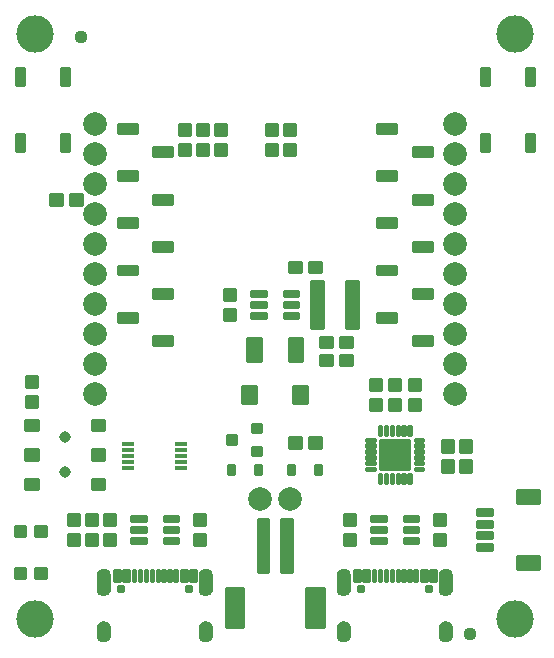
<source format=gts>
G04 EAGLE Gerber RS-274X export*
G75*
%MOMM*%
%FSLAX34Y34*%
%LPD*%
%INSoldermask Top*%
%IPPOS*%
%AMOC8*
5,1,8,0,0,1.08239X$1,22.5*%
G01*
%ADD10C,0.225400*%
%ADD11C,0.224509*%
%ADD12C,2.006600*%
%ADD13C,0.225588*%
%ADD14C,0.225369*%
%ADD15C,0.230578*%
%ADD16C,0.777000*%
%ADD17C,1.127000*%
%ADD18C,0.222250*%
%ADD19C,0.428259*%
%ADD20R,1.100000X0.400000*%
%ADD21C,0.223519*%
%ADD22C,0.231750*%
%ADD23C,0.227100*%
%ADD24C,0.223409*%
%ADD25C,0.228600*%
%ADD26C,0.224709*%
%ADD27C,0.240928*%
%ADD28C,3.175000*%
%ADD29C,0.977000*%

G36*
X374684Y45423D02*
X374684Y45423D01*
X374690Y45429D01*
X374695Y45425D01*
X375925Y45790D01*
X375930Y45797D01*
X375935Y45795D01*
X377054Y46425D01*
X377057Y46432D01*
X377063Y46431D01*
X378013Y47294D01*
X378014Y47302D01*
X378020Y47302D01*
X378754Y48355D01*
X378754Y48363D01*
X378759Y48365D01*
X379241Y49555D01*
X379239Y49560D01*
X379243Y49563D01*
X379242Y49564D01*
X379244Y49565D01*
X379449Y50832D01*
X379446Y50837D01*
X379449Y50840D01*
X379449Y62840D01*
X379446Y62844D01*
X379449Y62847D01*
X379294Y63969D01*
X379289Y63974D01*
X379292Y63978D01*
X378921Y65049D01*
X378915Y65053D01*
X378917Y65058D01*
X378344Y66035D01*
X378338Y66038D01*
X378339Y66043D01*
X377586Y66890D01*
X377579Y66892D01*
X377579Y66897D01*
X376676Y67581D01*
X376669Y67581D01*
X376668Y67586D01*
X375649Y68081D01*
X375642Y68079D01*
X375640Y68084D01*
X374543Y68371D01*
X374537Y68368D01*
X374534Y68372D01*
X373403Y68439D01*
X373397Y68439D01*
X372266Y68372D01*
X372261Y68367D01*
X372257Y68371D01*
X371160Y68084D01*
X371156Y68078D01*
X371151Y68081D01*
X370132Y67586D01*
X370129Y67580D01*
X370124Y67581D01*
X369221Y66897D01*
X369219Y66890D01*
X369214Y66890D01*
X368461Y66043D01*
X368461Y66036D01*
X368456Y66035D01*
X367883Y65058D01*
X367884Y65055D01*
X367883Y65054D01*
X367884Y65053D01*
X367884Y65051D01*
X367879Y65049D01*
X367508Y63978D01*
X367510Y63973D01*
X367507Y63971D01*
X367507Y63970D01*
X367506Y63969D01*
X367351Y62847D01*
X367354Y62842D01*
X367351Y62840D01*
X367351Y50840D01*
X367354Y50835D01*
X367351Y50832D01*
X367556Y49565D01*
X367562Y49559D01*
X367559Y49555D01*
X368041Y48365D01*
X368048Y48361D01*
X368046Y48355D01*
X368780Y47302D01*
X368788Y47300D01*
X368787Y47294D01*
X369737Y46431D01*
X369746Y46430D01*
X369746Y46425D01*
X370865Y45795D01*
X370873Y45796D01*
X370875Y45790D01*
X372105Y45425D01*
X372113Y45428D01*
X372116Y45423D01*
X373397Y45341D01*
X373401Y45344D01*
X373403Y45341D01*
X374684Y45423D01*
G37*
G36*
X288284Y45423D02*
X288284Y45423D01*
X288290Y45429D01*
X288295Y45425D01*
X289525Y45790D01*
X289530Y45797D01*
X289535Y45795D01*
X290654Y46425D01*
X290657Y46432D01*
X290663Y46431D01*
X291613Y47294D01*
X291614Y47302D01*
X291620Y47302D01*
X292354Y48355D01*
X292354Y48363D01*
X292359Y48365D01*
X292841Y49555D01*
X292839Y49560D01*
X292843Y49563D01*
X292842Y49564D01*
X292844Y49565D01*
X293049Y50832D01*
X293046Y50837D01*
X293049Y50840D01*
X293049Y62840D01*
X293046Y62844D01*
X293049Y62847D01*
X292894Y63969D01*
X292889Y63974D01*
X292892Y63978D01*
X292521Y65049D01*
X292515Y65053D01*
X292517Y65058D01*
X291944Y66035D01*
X291938Y66038D01*
X291939Y66043D01*
X291186Y66890D01*
X291179Y66892D01*
X291179Y66897D01*
X290276Y67581D01*
X290269Y67581D01*
X290268Y67586D01*
X289249Y68081D01*
X289242Y68079D01*
X289240Y68084D01*
X288143Y68371D01*
X288137Y68368D01*
X288134Y68372D01*
X287003Y68439D01*
X286997Y68439D01*
X285866Y68372D01*
X285861Y68367D01*
X285857Y68371D01*
X284760Y68084D01*
X284756Y68078D01*
X284751Y68081D01*
X283732Y67586D01*
X283729Y67580D01*
X283724Y67581D01*
X282821Y66897D01*
X282819Y66890D01*
X282814Y66890D01*
X282061Y66043D01*
X282061Y66036D01*
X282056Y66035D01*
X281483Y65058D01*
X281484Y65055D01*
X281483Y65054D01*
X281484Y65053D01*
X281484Y65051D01*
X281479Y65049D01*
X281108Y63978D01*
X281110Y63973D01*
X281107Y63971D01*
X281107Y63970D01*
X281106Y63969D01*
X280951Y62847D01*
X280954Y62842D01*
X280951Y62840D01*
X280951Y50840D01*
X280954Y50835D01*
X280951Y50832D01*
X281156Y49565D01*
X281162Y49559D01*
X281159Y49555D01*
X281641Y48365D01*
X281648Y48361D01*
X281646Y48355D01*
X282380Y47302D01*
X282388Y47300D01*
X282387Y47294D01*
X283337Y46431D01*
X283346Y46430D01*
X283346Y46425D01*
X284465Y45795D01*
X284473Y45796D01*
X284475Y45790D01*
X285705Y45425D01*
X285713Y45428D01*
X285716Y45423D01*
X286997Y45341D01*
X287001Y45344D01*
X287003Y45341D01*
X288284Y45423D01*
G37*
G36*
X171484Y45423D02*
X171484Y45423D01*
X171490Y45429D01*
X171495Y45425D01*
X172725Y45790D01*
X172730Y45797D01*
X172735Y45795D01*
X173854Y46425D01*
X173857Y46432D01*
X173863Y46431D01*
X174813Y47294D01*
X174814Y47302D01*
X174820Y47302D01*
X175554Y48355D01*
X175554Y48363D01*
X175559Y48365D01*
X176041Y49555D01*
X176039Y49560D01*
X176043Y49563D01*
X176042Y49564D01*
X176044Y49565D01*
X176249Y50832D01*
X176246Y50837D01*
X176249Y50840D01*
X176249Y62840D01*
X176246Y62844D01*
X176249Y62847D01*
X176094Y63969D01*
X176089Y63974D01*
X176092Y63978D01*
X175721Y65049D01*
X175715Y65053D01*
X175717Y65058D01*
X175144Y66035D01*
X175138Y66038D01*
X175139Y66043D01*
X174386Y66890D01*
X174379Y66892D01*
X174379Y66897D01*
X173476Y67581D01*
X173469Y67581D01*
X173468Y67586D01*
X172449Y68081D01*
X172442Y68079D01*
X172440Y68084D01*
X171343Y68371D01*
X171337Y68368D01*
X171334Y68372D01*
X170203Y68439D01*
X170197Y68439D01*
X169066Y68372D01*
X169061Y68367D01*
X169057Y68371D01*
X167960Y68084D01*
X167956Y68078D01*
X167951Y68081D01*
X166932Y67586D01*
X166929Y67580D01*
X166924Y67581D01*
X166021Y66897D01*
X166019Y66890D01*
X166014Y66890D01*
X165261Y66043D01*
X165261Y66036D01*
X165256Y66035D01*
X164683Y65058D01*
X164684Y65055D01*
X164683Y65054D01*
X164684Y65053D01*
X164684Y65051D01*
X164679Y65049D01*
X164308Y63978D01*
X164310Y63973D01*
X164307Y63971D01*
X164307Y63970D01*
X164306Y63969D01*
X164151Y62847D01*
X164154Y62842D01*
X164151Y62840D01*
X164151Y50840D01*
X164154Y50835D01*
X164151Y50832D01*
X164356Y49565D01*
X164362Y49559D01*
X164359Y49555D01*
X164841Y48365D01*
X164848Y48361D01*
X164846Y48355D01*
X165580Y47302D01*
X165588Y47300D01*
X165587Y47294D01*
X166537Y46431D01*
X166546Y46430D01*
X166546Y46425D01*
X167665Y45795D01*
X167673Y45796D01*
X167675Y45790D01*
X168905Y45425D01*
X168913Y45428D01*
X168916Y45423D01*
X170197Y45341D01*
X170201Y45344D01*
X170203Y45341D01*
X171484Y45423D01*
G37*
G36*
X85084Y45423D02*
X85084Y45423D01*
X85090Y45429D01*
X85095Y45425D01*
X86325Y45790D01*
X86330Y45797D01*
X86335Y45795D01*
X87454Y46425D01*
X87457Y46432D01*
X87463Y46431D01*
X88413Y47294D01*
X88414Y47302D01*
X88420Y47302D01*
X89154Y48355D01*
X89154Y48363D01*
X89159Y48365D01*
X89641Y49555D01*
X89639Y49560D01*
X89643Y49563D01*
X89642Y49564D01*
X89644Y49565D01*
X89849Y50832D01*
X89846Y50837D01*
X89849Y50840D01*
X89849Y62840D01*
X89846Y62844D01*
X89849Y62847D01*
X89694Y63969D01*
X89689Y63974D01*
X89692Y63978D01*
X89321Y65049D01*
X89315Y65053D01*
X89317Y65058D01*
X88744Y66035D01*
X88738Y66038D01*
X88739Y66043D01*
X87986Y66890D01*
X87979Y66892D01*
X87979Y66897D01*
X87076Y67581D01*
X87069Y67581D01*
X87068Y67586D01*
X86049Y68081D01*
X86042Y68079D01*
X86040Y68084D01*
X84943Y68371D01*
X84937Y68368D01*
X84934Y68372D01*
X83803Y68439D01*
X83797Y68439D01*
X82666Y68372D01*
X82661Y68367D01*
X82657Y68371D01*
X81560Y68084D01*
X81556Y68078D01*
X81551Y68081D01*
X80532Y67586D01*
X80529Y67580D01*
X80524Y67581D01*
X79621Y66897D01*
X79619Y66890D01*
X79614Y66890D01*
X78861Y66043D01*
X78861Y66036D01*
X78856Y66035D01*
X78283Y65058D01*
X78284Y65055D01*
X78283Y65054D01*
X78284Y65053D01*
X78284Y65051D01*
X78279Y65049D01*
X77908Y63978D01*
X77910Y63973D01*
X77907Y63971D01*
X77907Y63970D01*
X77906Y63969D01*
X77751Y62847D01*
X77754Y62842D01*
X77751Y62840D01*
X77751Y50840D01*
X77754Y50835D01*
X77751Y50832D01*
X77956Y49565D01*
X77962Y49559D01*
X77959Y49555D01*
X78441Y48365D01*
X78448Y48361D01*
X78446Y48355D01*
X79180Y47302D01*
X79188Y47300D01*
X79187Y47294D01*
X80137Y46431D01*
X80146Y46430D01*
X80146Y46425D01*
X81265Y45795D01*
X81273Y45796D01*
X81275Y45790D01*
X82505Y45425D01*
X82513Y45428D01*
X82516Y45423D01*
X83797Y45341D01*
X83801Y45344D01*
X83803Y45341D01*
X85084Y45423D01*
G37*
G36*
X288171Y6151D02*
X288171Y6151D01*
X288176Y6156D01*
X288180Y6153D01*
X289303Y6488D01*
X289307Y6494D01*
X289311Y6492D01*
X290347Y7040D01*
X290350Y7046D01*
X290355Y7045D01*
X291263Y7784D01*
X291265Y7791D01*
X291270Y7791D01*
X292017Y8693D01*
X292017Y8701D01*
X292023Y8701D01*
X292579Y9732D01*
X292578Y9739D01*
X292583Y9741D01*
X292927Y10860D01*
X292925Y10867D01*
X292929Y10870D01*
X293049Y12035D01*
X293047Y12038D01*
X293049Y12040D01*
X293049Y18040D01*
X293047Y18043D01*
X293049Y18045D01*
X292938Y19221D01*
X292933Y19226D01*
X292936Y19230D01*
X292598Y20362D01*
X292592Y20366D01*
X292594Y20371D01*
X292042Y21415D01*
X292035Y21418D01*
X292037Y21423D01*
X291291Y22339D01*
X291284Y22340D01*
X291284Y22346D01*
X290375Y23099D01*
X290367Y23099D01*
X290367Y23104D01*
X289327Y23665D01*
X289320Y23664D01*
X289318Y23669D01*
X288189Y24016D01*
X288183Y24014D01*
X288180Y24018D01*
X287005Y24139D01*
X286998Y24135D01*
X286994Y24139D01*
X285654Y23982D01*
X285648Y23977D01*
X285643Y23980D01*
X284372Y23529D01*
X284367Y23522D01*
X284362Y23524D01*
X283223Y22802D01*
X283220Y22794D01*
X283214Y22795D01*
X282264Y21837D01*
X282263Y21829D01*
X282257Y21828D01*
X281544Y20683D01*
X281545Y20675D01*
X281539Y20673D01*
X281099Y19397D01*
X281101Y19390D01*
X281097Y19387D01*
X280951Y18045D01*
X280953Y18042D01*
X280951Y18040D01*
X280951Y12040D01*
X280953Y12037D01*
X280951Y12034D01*
X281106Y10705D01*
X281112Y10699D01*
X281109Y10695D01*
X281556Y9434D01*
X281563Y9429D01*
X281561Y9424D01*
X282278Y8294D01*
X282285Y8291D01*
X282284Y8285D01*
X283235Y7343D01*
X283243Y7342D01*
X283243Y7336D01*
X284379Y6629D01*
X284387Y6630D01*
X284389Y6624D01*
X285654Y6188D01*
X285659Y6189D01*
X285660Y6189D01*
X285663Y6189D01*
X285665Y6185D01*
X286995Y6041D01*
X287001Y6045D01*
X287005Y6041D01*
X288171Y6151D01*
G37*
G36*
X84971Y6151D02*
X84971Y6151D01*
X84976Y6156D01*
X84980Y6153D01*
X86103Y6488D01*
X86107Y6494D01*
X86111Y6492D01*
X87147Y7040D01*
X87150Y7046D01*
X87155Y7045D01*
X88063Y7784D01*
X88065Y7791D01*
X88070Y7791D01*
X88817Y8693D01*
X88817Y8701D01*
X88823Y8701D01*
X89379Y9732D01*
X89378Y9739D01*
X89383Y9741D01*
X89727Y10860D01*
X89725Y10867D01*
X89729Y10870D01*
X89849Y12035D01*
X89847Y12038D01*
X89849Y12040D01*
X89849Y18040D01*
X89847Y18043D01*
X89849Y18045D01*
X89738Y19221D01*
X89733Y19226D01*
X89736Y19230D01*
X89398Y20362D01*
X89392Y20366D01*
X89394Y20371D01*
X88842Y21415D01*
X88835Y21418D01*
X88837Y21423D01*
X88091Y22339D01*
X88084Y22340D01*
X88084Y22346D01*
X87175Y23099D01*
X87167Y23099D01*
X87167Y23104D01*
X86127Y23665D01*
X86120Y23664D01*
X86118Y23669D01*
X84989Y24016D01*
X84983Y24014D01*
X84980Y24018D01*
X83805Y24139D01*
X83798Y24135D01*
X83794Y24139D01*
X82454Y23982D01*
X82448Y23977D01*
X82443Y23980D01*
X81172Y23529D01*
X81167Y23522D01*
X81162Y23524D01*
X80023Y22802D01*
X80020Y22794D01*
X80014Y22795D01*
X79064Y21837D01*
X79063Y21829D01*
X79057Y21828D01*
X78344Y20683D01*
X78345Y20675D01*
X78339Y20673D01*
X77899Y19397D01*
X77901Y19390D01*
X77897Y19387D01*
X77751Y18045D01*
X77753Y18042D01*
X77751Y18040D01*
X77751Y12040D01*
X77753Y12037D01*
X77751Y12034D01*
X77906Y10705D01*
X77912Y10699D01*
X77909Y10695D01*
X78356Y9434D01*
X78363Y9429D01*
X78361Y9424D01*
X79078Y8294D01*
X79085Y8291D01*
X79084Y8285D01*
X80035Y7343D01*
X80043Y7342D01*
X80043Y7336D01*
X81179Y6629D01*
X81187Y6630D01*
X81189Y6624D01*
X82454Y6188D01*
X82459Y6189D01*
X82460Y6189D01*
X82463Y6189D01*
X82465Y6185D01*
X83795Y6041D01*
X83801Y6045D01*
X83805Y6041D01*
X84971Y6151D01*
G37*
G36*
X374571Y6151D02*
X374571Y6151D01*
X374576Y6156D01*
X374580Y6153D01*
X375703Y6488D01*
X375707Y6494D01*
X375711Y6492D01*
X376747Y7040D01*
X376750Y7046D01*
X376755Y7045D01*
X377663Y7784D01*
X377665Y7791D01*
X377670Y7791D01*
X378417Y8693D01*
X378417Y8701D01*
X378423Y8701D01*
X378979Y9732D01*
X378978Y9739D01*
X378983Y9741D01*
X379327Y10860D01*
X379325Y10867D01*
X379329Y10870D01*
X379449Y12035D01*
X379447Y12038D01*
X379449Y12040D01*
X379449Y18040D01*
X379447Y18043D01*
X379449Y18045D01*
X379338Y19221D01*
X379333Y19226D01*
X379336Y19230D01*
X378998Y20362D01*
X378992Y20366D01*
X378994Y20371D01*
X378442Y21415D01*
X378435Y21418D01*
X378437Y21423D01*
X377691Y22339D01*
X377684Y22340D01*
X377684Y22346D01*
X376775Y23099D01*
X376767Y23099D01*
X376767Y23104D01*
X375727Y23665D01*
X375720Y23664D01*
X375718Y23669D01*
X374589Y24016D01*
X374583Y24014D01*
X374580Y24018D01*
X373405Y24139D01*
X373398Y24135D01*
X373394Y24139D01*
X372054Y23982D01*
X372048Y23977D01*
X372043Y23980D01*
X370772Y23529D01*
X370767Y23522D01*
X370762Y23524D01*
X369623Y22802D01*
X369620Y22794D01*
X369614Y22795D01*
X368664Y21837D01*
X368663Y21829D01*
X368657Y21828D01*
X367944Y20683D01*
X367945Y20675D01*
X367939Y20673D01*
X367499Y19397D01*
X367501Y19390D01*
X367497Y19387D01*
X367351Y18045D01*
X367353Y18042D01*
X367351Y18040D01*
X367351Y12040D01*
X367353Y12037D01*
X367351Y12034D01*
X367506Y10705D01*
X367512Y10699D01*
X367509Y10695D01*
X367956Y9434D01*
X367963Y9429D01*
X367961Y9424D01*
X368678Y8294D01*
X368685Y8291D01*
X368684Y8285D01*
X369635Y7343D01*
X369643Y7342D01*
X369643Y7336D01*
X370779Y6629D01*
X370787Y6630D01*
X370789Y6624D01*
X372054Y6188D01*
X372059Y6189D01*
X372060Y6189D01*
X372063Y6189D01*
X372065Y6185D01*
X373395Y6041D01*
X373401Y6045D01*
X373405Y6041D01*
X374571Y6151D01*
G37*
G36*
X171371Y6151D02*
X171371Y6151D01*
X171376Y6156D01*
X171380Y6153D01*
X172503Y6488D01*
X172507Y6494D01*
X172511Y6492D01*
X173547Y7040D01*
X173550Y7046D01*
X173555Y7045D01*
X174463Y7784D01*
X174465Y7791D01*
X174470Y7791D01*
X175217Y8693D01*
X175217Y8701D01*
X175223Y8701D01*
X175779Y9732D01*
X175778Y9739D01*
X175783Y9741D01*
X176127Y10860D01*
X176125Y10867D01*
X176129Y10870D01*
X176249Y12035D01*
X176247Y12038D01*
X176249Y12040D01*
X176249Y18040D01*
X176247Y18043D01*
X176249Y18045D01*
X176138Y19221D01*
X176133Y19226D01*
X176136Y19230D01*
X175798Y20362D01*
X175792Y20366D01*
X175794Y20371D01*
X175242Y21415D01*
X175235Y21418D01*
X175237Y21423D01*
X174491Y22339D01*
X174484Y22340D01*
X174484Y22346D01*
X173575Y23099D01*
X173567Y23099D01*
X173567Y23104D01*
X172527Y23665D01*
X172520Y23664D01*
X172518Y23669D01*
X171389Y24016D01*
X171383Y24014D01*
X171380Y24018D01*
X170205Y24139D01*
X170198Y24135D01*
X170194Y24139D01*
X168854Y23982D01*
X168848Y23977D01*
X168843Y23980D01*
X167572Y23529D01*
X167567Y23522D01*
X167562Y23524D01*
X166423Y22802D01*
X166420Y22794D01*
X166414Y22795D01*
X165464Y21837D01*
X165463Y21829D01*
X165457Y21828D01*
X164744Y20683D01*
X164745Y20675D01*
X164739Y20673D01*
X164299Y19397D01*
X164301Y19390D01*
X164297Y19387D01*
X164151Y18045D01*
X164153Y18042D01*
X164151Y18040D01*
X164151Y12040D01*
X164153Y12037D01*
X164151Y12034D01*
X164306Y10705D01*
X164312Y10699D01*
X164309Y10695D01*
X164756Y9434D01*
X164763Y9429D01*
X164761Y9424D01*
X165478Y8294D01*
X165485Y8291D01*
X165484Y8285D01*
X166435Y7343D01*
X166443Y7342D01*
X166443Y7336D01*
X167579Y6629D01*
X167587Y6630D01*
X167589Y6624D01*
X168854Y6188D01*
X168859Y6189D01*
X168860Y6189D01*
X168863Y6189D01*
X168865Y6185D01*
X170195Y6041D01*
X170201Y6045D01*
X170205Y6041D01*
X171371Y6151D01*
G37*
D10*
X234092Y110308D02*
X243108Y110308D01*
X243108Y65292D01*
X234092Y65292D01*
X234092Y110308D01*
X234092Y67433D02*
X243108Y67433D01*
X243108Y69574D02*
X234092Y69574D01*
X234092Y71715D02*
X243108Y71715D01*
X243108Y73856D02*
X234092Y73856D01*
X234092Y75997D02*
X243108Y75997D01*
X243108Y78138D02*
X234092Y78138D01*
X234092Y80279D02*
X243108Y80279D01*
X243108Y82420D02*
X234092Y82420D01*
X234092Y84561D02*
X243108Y84561D01*
X243108Y86702D02*
X234092Y86702D01*
X234092Y88843D02*
X243108Y88843D01*
X243108Y90984D02*
X234092Y90984D01*
X234092Y93125D02*
X243108Y93125D01*
X243108Y95266D02*
X234092Y95266D01*
X234092Y97407D02*
X243108Y97407D01*
X243108Y99548D02*
X234092Y99548D01*
X234092Y101689D02*
X243108Y101689D01*
X243108Y103830D02*
X234092Y103830D01*
X234092Y105971D02*
X243108Y105971D01*
X243108Y108112D02*
X234092Y108112D01*
X234092Y110253D02*
X243108Y110253D01*
X223108Y110308D02*
X214092Y110308D01*
X223108Y110308D02*
X223108Y65292D01*
X214092Y65292D01*
X214092Y110308D01*
X214092Y67433D02*
X223108Y67433D01*
X223108Y69574D02*
X214092Y69574D01*
X214092Y71715D02*
X223108Y71715D01*
X223108Y73856D02*
X214092Y73856D01*
X214092Y75997D02*
X223108Y75997D01*
X223108Y78138D02*
X214092Y78138D01*
X214092Y80279D02*
X223108Y80279D01*
X223108Y82420D02*
X214092Y82420D01*
X214092Y84561D02*
X223108Y84561D01*
X223108Y86702D02*
X214092Y86702D01*
X214092Y88843D02*
X223108Y88843D01*
X223108Y90984D02*
X214092Y90984D01*
X214092Y93125D02*
X223108Y93125D01*
X223108Y95266D02*
X214092Y95266D01*
X214092Y97407D02*
X223108Y97407D01*
X223108Y99548D02*
X214092Y99548D01*
X214092Y101689D02*
X223108Y101689D01*
X223108Y103830D02*
X214092Y103830D01*
X214092Y105971D02*
X223108Y105971D01*
X223108Y108112D02*
X214092Y108112D01*
X214092Y110253D02*
X223108Y110253D01*
D11*
X255087Y52313D02*
X255087Y19287D01*
X255087Y52313D02*
X270113Y52313D01*
X270113Y19287D01*
X255087Y19287D01*
X255087Y21420D02*
X270113Y21420D01*
X270113Y23553D02*
X255087Y23553D01*
X255087Y25686D02*
X270113Y25686D01*
X270113Y27819D02*
X255087Y27819D01*
X255087Y29952D02*
X270113Y29952D01*
X270113Y32085D02*
X255087Y32085D01*
X255087Y34218D02*
X270113Y34218D01*
X270113Y36351D02*
X255087Y36351D01*
X255087Y38484D02*
X270113Y38484D01*
X270113Y40617D02*
X255087Y40617D01*
X255087Y42750D02*
X270113Y42750D01*
X270113Y44883D02*
X255087Y44883D01*
X255087Y47016D02*
X270113Y47016D01*
X270113Y49149D02*
X255087Y49149D01*
X255087Y51282D02*
X270113Y51282D01*
X187087Y52313D02*
X187087Y19287D01*
X187087Y52313D02*
X202113Y52313D01*
X202113Y19287D01*
X187087Y19287D01*
X187087Y21420D02*
X202113Y21420D01*
X202113Y23553D02*
X187087Y23553D01*
X187087Y25686D02*
X202113Y25686D01*
X202113Y27819D02*
X187087Y27819D01*
X187087Y29952D02*
X202113Y29952D01*
X202113Y32085D02*
X187087Y32085D01*
X187087Y34218D02*
X202113Y34218D01*
X202113Y36351D02*
X187087Y36351D01*
X187087Y38484D02*
X202113Y38484D01*
X202113Y40617D02*
X187087Y40617D01*
X187087Y42750D02*
X202113Y42750D01*
X202113Y44883D02*
X187087Y44883D01*
X187087Y47016D02*
X202113Y47016D01*
X202113Y49149D02*
X187087Y49149D01*
X187087Y51282D02*
X202113Y51282D01*
D12*
X241300Y127000D03*
X215900Y127000D03*
D13*
X452657Y79107D02*
X452657Y68093D01*
X433643Y68093D01*
X433643Y79107D01*
X452657Y79107D01*
X452657Y70236D02*
X433643Y70236D01*
X433643Y72379D02*
X452657Y72379D01*
X452657Y74522D02*
X433643Y74522D01*
X433643Y76665D02*
X452657Y76665D01*
X452657Y78808D02*
X433643Y78808D01*
X452657Y124093D02*
X452657Y135107D01*
X452657Y124093D02*
X433643Y124093D01*
X433643Y135107D01*
X452657Y135107D01*
X452657Y126236D02*
X433643Y126236D01*
X433643Y128379D02*
X452657Y128379D01*
X452657Y130522D02*
X433643Y130522D01*
X433643Y132665D02*
X452657Y132665D01*
X452657Y134808D02*
X433643Y134808D01*
D14*
X412658Y89108D02*
X412658Y84092D01*
X400142Y84092D01*
X400142Y89108D01*
X412658Y89108D01*
X412658Y86233D02*
X400142Y86233D01*
X400142Y88374D02*
X412658Y88374D01*
X412658Y94092D02*
X412658Y99108D01*
X412658Y94092D02*
X400142Y94092D01*
X400142Y99108D01*
X412658Y99108D01*
X412658Y96233D02*
X400142Y96233D01*
X400142Y98374D02*
X412658Y98374D01*
X412658Y104092D02*
X412658Y109108D01*
X412658Y104092D02*
X400142Y104092D01*
X400142Y109108D01*
X412658Y109108D01*
X412658Y106233D02*
X400142Y106233D01*
X400142Y108374D02*
X412658Y108374D01*
X412658Y114092D02*
X412658Y119108D01*
X412658Y114092D02*
X400142Y114092D01*
X400142Y119108D01*
X412658Y119108D01*
X412658Y116233D02*
X400142Y116233D01*
X400142Y118374D02*
X412658Y118374D01*
D10*
X221552Y435292D02*
X221552Y445308D01*
X230568Y445308D01*
X230568Y435292D01*
X221552Y435292D01*
X221552Y437433D02*
X230568Y437433D01*
X230568Y439574D02*
X221552Y439574D01*
X221552Y441715D02*
X230568Y441715D01*
X230568Y443856D02*
X221552Y443856D01*
X221552Y428308D02*
X221552Y418292D01*
X221552Y428308D02*
X230568Y428308D01*
X230568Y418292D01*
X221552Y418292D01*
X221552Y420433D02*
X230568Y420433D01*
X230568Y422574D02*
X221552Y422574D01*
X221552Y424715D02*
X230568Y424715D01*
X230568Y426856D02*
X221552Y426856D01*
X236792Y435292D02*
X236792Y445308D01*
X245808Y445308D01*
X245808Y435292D01*
X236792Y435292D01*
X236792Y437433D02*
X245808Y437433D01*
X245808Y439574D02*
X236792Y439574D01*
X236792Y441715D02*
X245808Y441715D01*
X245808Y443856D02*
X236792Y443856D01*
X236792Y428308D02*
X236792Y418292D01*
X236792Y428308D02*
X245808Y428308D01*
X245808Y418292D01*
X236792Y418292D01*
X236792Y420433D02*
X245808Y420433D01*
X245808Y422574D02*
X236792Y422574D01*
X236792Y424715D02*
X245808Y424715D01*
X245808Y426856D02*
X236792Y426856D01*
D15*
X336718Y58158D02*
X338682Y58158D01*
X336718Y58158D02*
X336718Y67122D01*
X338682Y67122D01*
X338682Y58158D01*
X338682Y60349D02*
X336718Y60349D01*
X336718Y62540D02*
X338682Y62540D01*
X338682Y64731D02*
X336718Y64731D01*
X336718Y66922D02*
X338682Y66922D01*
X333682Y58158D02*
X331718Y58158D01*
X331718Y67122D01*
X333682Y67122D01*
X333682Y58158D01*
X333682Y60349D02*
X331718Y60349D01*
X331718Y62540D02*
X333682Y62540D01*
X333682Y64731D02*
X331718Y64731D01*
X331718Y66922D02*
X333682Y66922D01*
D14*
X359942Y58132D02*
X364958Y58132D01*
X359942Y58132D02*
X359942Y67148D01*
X364958Y67148D01*
X364958Y58132D01*
X364958Y60273D02*
X359942Y60273D01*
X359942Y62414D02*
X364958Y62414D01*
X364958Y64555D02*
X359942Y64555D01*
X359942Y66696D02*
X364958Y66696D01*
X357208Y58132D02*
X352192Y58132D01*
X352192Y67148D01*
X357208Y67148D01*
X357208Y58132D01*
X357208Y60273D02*
X352192Y60273D01*
X352192Y62414D02*
X357208Y62414D01*
X357208Y64555D02*
X352192Y64555D01*
X352192Y66696D02*
X357208Y66696D01*
D15*
X348682Y58158D02*
X346718Y58158D01*
X346718Y67122D01*
X348682Y67122D01*
X348682Y58158D01*
X348682Y60349D02*
X346718Y60349D01*
X346718Y62540D02*
X348682Y62540D01*
X348682Y64731D02*
X346718Y64731D01*
X346718Y66922D02*
X348682Y66922D01*
X343682Y58158D02*
X341718Y58158D01*
X341718Y67122D01*
X343682Y67122D01*
X343682Y58158D01*
X343682Y60349D02*
X341718Y60349D01*
X341718Y62540D02*
X343682Y62540D01*
X343682Y64731D02*
X341718Y64731D01*
X341718Y66922D02*
X343682Y66922D01*
X323682Y67122D02*
X321718Y67122D01*
X323682Y67122D02*
X323682Y58158D01*
X321718Y58158D01*
X321718Y67122D01*
X321718Y60349D02*
X323682Y60349D01*
X323682Y62540D02*
X321718Y62540D01*
X321718Y64731D02*
X323682Y64731D01*
X323682Y66922D02*
X321718Y66922D01*
X326718Y67122D02*
X328682Y67122D01*
X328682Y58158D01*
X326718Y58158D01*
X326718Y67122D01*
X326718Y60349D02*
X328682Y60349D01*
X328682Y62540D02*
X326718Y62540D01*
X326718Y64731D02*
X328682Y64731D01*
X328682Y66922D02*
X326718Y66922D01*
D14*
X300458Y67148D02*
X295442Y67148D01*
X300458Y67148D02*
X300458Y58132D01*
X295442Y58132D01*
X295442Y67148D01*
X295442Y60273D02*
X300458Y60273D01*
X300458Y62414D02*
X295442Y62414D01*
X295442Y64555D02*
X300458Y64555D01*
X300458Y66696D02*
X295442Y66696D01*
X303192Y67148D02*
X308208Y67148D01*
X308208Y58132D01*
X303192Y58132D01*
X303192Y67148D01*
X303192Y60273D02*
X308208Y60273D01*
X308208Y62414D02*
X303192Y62414D01*
X303192Y64555D02*
X308208Y64555D01*
X308208Y66696D02*
X303192Y66696D01*
D15*
X311718Y67122D02*
X313682Y67122D01*
X313682Y58158D01*
X311718Y58158D01*
X311718Y67122D01*
X311718Y60349D02*
X313682Y60349D01*
X313682Y62540D02*
X311718Y62540D01*
X311718Y64731D02*
X313682Y64731D01*
X313682Y66922D02*
X311718Y66922D01*
X316718Y67122D02*
X318682Y67122D01*
X318682Y58158D01*
X316718Y58158D01*
X316718Y67122D01*
X316718Y60349D02*
X318682Y60349D01*
X318682Y62540D02*
X316718Y62540D01*
X316718Y64731D02*
X318682Y64731D01*
X318682Y66922D02*
X316718Y66922D01*
D16*
X301300Y51590D03*
X359100Y51590D03*
D10*
X287592Y105092D02*
X287592Y115108D01*
X296608Y115108D01*
X296608Y105092D01*
X287592Y105092D01*
X287592Y107233D02*
X296608Y107233D01*
X296608Y109374D02*
X287592Y109374D01*
X287592Y111515D02*
X296608Y111515D01*
X296608Y113656D02*
X287592Y113656D01*
X287592Y98108D02*
X287592Y88092D01*
X287592Y98108D02*
X296608Y98108D01*
X296608Y88092D01*
X287592Y88092D01*
X287592Y90233D02*
X296608Y90233D01*
X296608Y92374D02*
X287592Y92374D01*
X287592Y94515D02*
X296608Y94515D01*
X296608Y96656D02*
X287592Y96656D01*
X363792Y105092D02*
X363792Y115108D01*
X372808Y115108D01*
X372808Y105092D01*
X363792Y105092D01*
X363792Y107233D02*
X372808Y107233D01*
X372808Y109374D02*
X363792Y109374D01*
X363792Y111515D02*
X372808Y111515D01*
X372808Y113656D02*
X363792Y113656D01*
X363792Y98108D02*
X363792Y88092D01*
X363792Y98108D02*
X372808Y98108D01*
X372808Y88092D01*
X363792Y88092D01*
X363792Y90233D02*
X372808Y90233D01*
X372808Y92374D02*
X363792Y92374D01*
X363792Y94515D02*
X372808Y94515D01*
X372808Y96656D02*
X363792Y96656D01*
D17*
X64770Y518160D03*
X393700Y12700D03*
D18*
X16034Y436404D02*
X9366Y436404D01*
X16034Y436404D02*
X16034Y422116D01*
X9366Y422116D01*
X9366Y436404D01*
X9366Y424228D02*
X16034Y424228D01*
X16034Y426340D02*
X9366Y426340D01*
X9366Y428452D02*
X16034Y428452D01*
X16034Y430564D02*
X9366Y430564D01*
X9366Y432676D02*
X16034Y432676D01*
X16034Y434788D02*
X9366Y434788D01*
X9366Y492284D02*
X16034Y492284D01*
X16034Y477996D01*
X9366Y477996D01*
X9366Y492284D01*
X9366Y480108D02*
X16034Y480108D01*
X16034Y482220D02*
X9366Y482220D01*
X9366Y484332D02*
X16034Y484332D01*
X16034Y486444D02*
X9366Y486444D01*
X9366Y488556D02*
X16034Y488556D01*
X16034Y490668D02*
X9366Y490668D01*
X47466Y436404D02*
X54134Y436404D01*
X54134Y422116D01*
X47466Y422116D01*
X47466Y436404D01*
X47466Y424228D02*
X54134Y424228D01*
X54134Y426340D02*
X47466Y426340D01*
X47466Y428452D02*
X54134Y428452D01*
X54134Y430564D02*
X47466Y430564D01*
X47466Y432676D02*
X54134Y432676D01*
X54134Y434788D02*
X47466Y434788D01*
X47466Y492284D02*
X54134Y492284D01*
X54134Y477996D01*
X47466Y477996D01*
X47466Y492284D01*
X47466Y480108D02*
X54134Y480108D01*
X54134Y482220D02*
X47466Y482220D01*
X47466Y484332D02*
X54134Y484332D01*
X54134Y486444D02*
X47466Y486444D01*
X47466Y488556D02*
X54134Y488556D01*
X54134Y490668D02*
X47466Y490668D01*
X403066Y436404D02*
X409734Y436404D01*
X409734Y422116D01*
X403066Y422116D01*
X403066Y436404D01*
X403066Y424228D02*
X409734Y424228D01*
X409734Y426340D02*
X403066Y426340D01*
X403066Y428452D02*
X409734Y428452D01*
X409734Y430564D02*
X403066Y430564D01*
X403066Y432676D02*
X409734Y432676D01*
X409734Y434788D02*
X403066Y434788D01*
X403066Y492284D02*
X409734Y492284D01*
X409734Y477996D01*
X403066Y477996D01*
X403066Y492284D01*
X403066Y480108D02*
X409734Y480108D01*
X409734Y482220D02*
X403066Y482220D01*
X403066Y484332D02*
X409734Y484332D01*
X409734Y486444D02*
X403066Y486444D01*
X403066Y488556D02*
X409734Y488556D01*
X409734Y490668D02*
X403066Y490668D01*
X441166Y436404D02*
X447834Y436404D01*
X447834Y422116D01*
X441166Y422116D01*
X441166Y436404D01*
X441166Y424228D02*
X447834Y424228D01*
X447834Y426340D02*
X441166Y426340D01*
X441166Y428452D02*
X447834Y428452D01*
X447834Y430564D02*
X441166Y430564D01*
X441166Y432676D02*
X447834Y432676D01*
X447834Y434788D02*
X441166Y434788D01*
X441166Y492284D02*
X447834Y492284D01*
X447834Y477996D01*
X441166Y477996D01*
X441166Y492284D01*
X441166Y480108D02*
X447834Y480108D01*
X447834Y482220D02*
X441166Y482220D01*
X441166Y484332D02*
X447834Y484332D01*
X447834Y486444D02*
X441166Y486444D01*
X441166Y488556D02*
X447834Y488556D01*
X447834Y490668D02*
X441166Y490668D01*
D12*
X381000Y444500D03*
X381000Y419100D03*
X381000Y393700D03*
X381000Y368300D03*
X381000Y342900D03*
X381000Y317500D03*
X381000Y292100D03*
X381000Y266700D03*
X381000Y241300D03*
X381000Y215900D03*
X76200Y444500D03*
X76200Y419100D03*
X76200Y393700D03*
X76200Y368300D03*
X76200Y342900D03*
X76200Y317500D03*
X76200Y292100D03*
X76200Y266700D03*
X76200Y241300D03*
X76200Y215900D03*
D10*
X69152Y115108D02*
X69152Y105092D01*
X69152Y115108D02*
X78168Y115108D01*
X78168Y105092D01*
X69152Y105092D01*
X69152Y107233D02*
X78168Y107233D01*
X78168Y109374D02*
X69152Y109374D01*
X69152Y111515D02*
X78168Y111515D01*
X78168Y113656D02*
X69152Y113656D01*
X69152Y98108D02*
X69152Y88092D01*
X69152Y98108D02*
X78168Y98108D01*
X78168Y88092D01*
X69152Y88092D01*
X69152Y90233D02*
X78168Y90233D01*
X78168Y92374D02*
X69152Y92374D01*
X69152Y94515D02*
X78168Y94515D01*
X78168Y96656D02*
X69152Y96656D01*
D19*
X16314Y68264D02*
X16314Y61276D01*
X9326Y61276D01*
X9326Y68264D01*
X16314Y68264D01*
X16314Y65345D02*
X9326Y65345D01*
X33854Y68264D02*
X33854Y61276D01*
X26866Y61276D01*
X26866Y68264D01*
X33854Y68264D01*
X33854Y65345D02*
X26866Y65345D01*
X16314Y96836D02*
X16314Y103824D01*
X16314Y96836D02*
X9326Y96836D01*
X9326Y103824D01*
X16314Y103824D01*
X16314Y100905D02*
X9326Y100905D01*
X33854Y103824D02*
X33854Y96836D01*
X26866Y96836D01*
X26866Y103824D01*
X33854Y103824D01*
X33854Y100905D02*
X26866Y100905D01*
D10*
X53912Y105092D02*
X53912Y115108D01*
X62928Y115108D01*
X62928Y105092D01*
X53912Y105092D01*
X53912Y107233D02*
X62928Y107233D01*
X62928Y109374D02*
X53912Y109374D01*
X53912Y111515D02*
X62928Y111515D01*
X62928Y113656D02*
X53912Y113656D01*
X53912Y98108D02*
X53912Y88092D01*
X53912Y98108D02*
X62928Y98108D01*
X62928Y88092D01*
X53912Y88092D01*
X53912Y90233D02*
X62928Y90233D01*
X62928Y92374D02*
X53912Y92374D01*
X53912Y94515D02*
X62928Y94515D01*
X62928Y96656D02*
X53912Y96656D01*
D20*
X104500Y173830D03*
X104500Y168830D03*
X104500Y163830D03*
X104500Y158830D03*
X104500Y153830D03*
X149500Y153830D03*
X149500Y158830D03*
X149500Y163830D03*
X149500Y168830D03*
X149500Y173830D03*
D15*
X135482Y58158D02*
X133518Y58158D01*
X133518Y67122D01*
X135482Y67122D01*
X135482Y58158D01*
X135482Y60349D02*
X133518Y60349D01*
X133518Y62540D02*
X135482Y62540D01*
X135482Y64731D02*
X133518Y64731D01*
X133518Y66922D02*
X135482Y66922D01*
X130482Y58158D02*
X128518Y58158D01*
X128518Y67122D01*
X130482Y67122D01*
X130482Y58158D01*
X130482Y60349D02*
X128518Y60349D01*
X128518Y62540D02*
X130482Y62540D01*
X130482Y64731D02*
X128518Y64731D01*
X128518Y66922D02*
X130482Y66922D01*
D14*
X156742Y58132D02*
X161758Y58132D01*
X156742Y58132D02*
X156742Y67148D01*
X161758Y67148D01*
X161758Y58132D01*
X161758Y60273D02*
X156742Y60273D01*
X156742Y62414D02*
X161758Y62414D01*
X161758Y64555D02*
X156742Y64555D01*
X156742Y66696D02*
X161758Y66696D01*
X154008Y58132D02*
X148992Y58132D01*
X148992Y67148D01*
X154008Y67148D01*
X154008Y58132D01*
X154008Y60273D02*
X148992Y60273D01*
X148992Y62414D02*
X154008Y62414D01*
X154008Y64555D02*
X148992Y64555D01*
X148992Y66696D02*
X154008Y66696D01*
D15*
X145482Y58158D02*
X143518Y58158D01*
X143518Y67122D01*
X145482Y67122D01*
X145482Y58158D01*
X145482Y60349D02*
X143518Y60349D01*
X143518Y62540D02*
X145482Y62540D01*
X145482Y64731D02*
X143518Y64731D01*
X143518Y66922D02*
X145482Y66922D01*
X140482Y58158D02*
X138518Y58158D01*
X138518Y67122D01*
X140482Y67122D01*
X140482Y58158D01*
X140482Y60349D02*
X138518Y60349D01*
X138518Y62540D02*
X140482Y62540D01*
X140482Y64731D02*
X138518Y64731D01*
X138518Y66922D02*
X140482Y66922D01*
X120482Y67122D02*
X118518Y67122D01*
X120482Y67122D02*
X120482Y58158D01*
X118518Y58158D01*
X118518Y67122D01*
X118518Y60349D02*
X120482Y60349D01*
X120482Y62540D02*
X118518Y62540D01*
X118518Y64731D02*
X120482Y64731D01*
X120482Y66922D02*
X118518Y66922D01*
X123518Y67122D02*
X125482Y67122D01*
X125482Y58158D01*
X123518Y58158D01*
X123518Y67122D01*
X123518Y60349D02*
X125482Y60349D01*
X125482Y62540D02*
X123518Y62540D01*
X123518Y64731D02*
X125482Y64731D01*
X125482Y66922D02*
X123518Y66922D01*
D14*
X97258Y67148D02*
X92242Y67148D01*
X97258Y67148D02*
X97258Y58132D01*
X92242Y58132D01*
X92242Y67148D01*
X92242Y60273D02*
X97258Y60273D01*
X97258Y62414D02*
X92242Y62414D01*
X92242Y64555D02*
X97258Y64555D01*
X97258Y66696D02*
X92242Y66696D01*
X99992Y67148D02*
X105008Y67148D01*
X105008Y58132D01*
X99992Y58132D01*
X99992Y67148D01*
X99992Y60273D02*
X105008Y60273D01*
X105008Y62414D02*
X99992Y62414D01*
X99992Y64555D02*
X105008Y64555D01*
X105008Y66696D02*
X99992Y66696D01*
D15*
X108518Y67122D02*
X110482Y67122D01*
X110482Y58158D01*
X108518Y58158D01*
X108518Y67122D01*
X108518Y60349D02*
X110482Y60349D01*
X110482Y62540D02*
X108518Y62540D01*
X108518Y64731D02*
X110482Y64731D01*
X110482Y66922D02*
X108518Y66922D01*
X113518Y67122D02*
X115482Y67122D01*
X115482Y58158D01*
X113518Y58158D01*
X113518Y67122D01*
X113518Y60349D02*
X115482Y60349D01*
X115482Y62540D02*
X113518Y62540D01*
X113518Y64731D02*
X115482Y64731D01*
X115482Y66922D02*
X113518Y66922D01*
D16*
X98100Y51590D03*
X155900Y51590D03*
D10*
X84392Y105092D02*
X84392Y115108D01*
X93408Y115108D01*
X93408Y105092D01*
X84392Y105092D01*
X84392Y107233D02*
X93408Y107233D01*
X93408Y109374D02*
X84392Y109374D01*
X84392Y111515D02*
X93408Y111515D01*
X93408Y113656D02*
X84392Y113656D01*
X84392Y98108D02*
X84392Y88092D01*
X84392Y98108D02*
X93408Y98108D01*
X93408Y88092D01*
X84392Y88092D01*
X84392Y90233D02*
X93408Y90233D01*
X93408Y92374D02*
X84392Y92374D01*
X84392Y94515D02*
X93408Y94515D01*
X93408Y96656D02*
X84392Y96656D01*
X160592Y105092D02*
X160592Y115108D01*
X169608Y115108D01*
X169608Y105092D01*
X160592Y105092D01*
X160592Y107233D02*
X169608Y107233D01*
X169608Y109374D02*
X160592Y109374D01*
X160592Y111515D02*
X169608Y111515D01*
X169608Y113656D02*
X160592Y113656D01*
X160592Y98108D02*
X160592Y88092D01*
X160592Y98108D02*
X169608Y98108D01*
X169608Y88092D01*
X160592Y88092D01*
X160592Y90233D02*
X169608Y90233D01*
X169608Y92374D02*
X160592Y92374D01*
X160592Y94515D02*
X169608Y94515D01*
X169608Y96656D02*
X160592Y96656D01*
D21*
X244232Y209032D02*
X255968Y209032D01*
X244232Y209032D02*
X244232Y222768D01*
X255968Y222768D01*
X255968Y209032D01*
X255968Y211155D02*
X244232Y211155D01*
X244232Y213278D02*
X255968Y213278D01*
X255968Y215401D02*
X244232Y215401D01*
X244232Y217524D02*
X255968Y217524D01*
X255968Y219647D02*
X244232Y219647D01*
X244232Y221770D02*
X255968Y221770D01*
X212968Y222768D02*
X201232Y222768D01*
X212968Y222768D02*
X212968Y209032D01*
X201232Y209032D01*
X201232Y222768D01*
X201232Y211155D02*
X212968Y211155D01*
X212968Y213278D02*
X201232Y213278D01*
X201232Y215401D02*
X212968Y215401D01*
X212968Y217524D02*
X201232Y217524D01*
X201232Y219647D02*
X212968Y219647D01*
X212968Y221770D02*
X201232Y221770D01*
D22*
X217176Y171776D02*
X217176Y164824D01*
X209224Y164824D01*
X209224Y171776D01*
X217176Y171776D01*
X217176Y167026D02*
X209224Y167026D01*
X209224Y169228D02*
X217176Y169228D01*
X217176Y171430D02*
X209224Y171430D01*
X217176Y183824D02*
X217176Y190776D01*
X217176Y183824D02*
X209224Y183824D01*
X209224Y190776D01*
X217176Y190776D01*
X217176Y186026D02*
X209224Y186026D01*
X209224Y188228D02*
X217176Y188228D01*
X217176Y190430D02*
X209224Y190430D01*
X196176Y181276D02*
X196176Y174324D01*
X188224Y174324D01*
X188224Y181276D01*
X196176Y181276D01*
X196176Y176526D02*
X188224Y176526D01*
X188224Y178728D02*
X196176Y178728D01*
X196176Y180930D02*
X188224Y180930D01*
D10*
X257492Y179768D02*
X267508Y179768D01*
X267508Y170752D01*
X257492Y170752D01*
X257492Y179768D01*
X257492Y172893D02*
X267508Y172893D01*
X267508Y175034D02*
X257492Y175034D01*
X257492Y177175D02*
X267508Y177175D01*
X267508Y179316D02*
X257492Y179316D01*
X250508Y179768D02*
X240492Y179768D01*
X250508Y179768D02*
X250508Y170752D01*
X240492Y170752D01*
X240492Y179768D01*
X240492Y172893D02*
X250508Y172893D01*
X250508Y175034D02*
X240492Y175034D01*
X240492Y177175D02*
X250508Y177175D01*
X250508Y179316D02*
X240492Y179316D01*
D23*
X217350Y156050D02*
X212050Y156050D01*
X217350Y156050D02*
X217350Y148750D01*
X212050Y148750D01*
X212050Y156050D01*
X212050Y150907D02*
X217350Y150907D01*
X217350Y153064D02*
X212050Y153064D01*
X212050Y155221D02*
X217350Y155221D01*
X194350Y156050D02*
X189050Y156050D01*
X194350Y156050D02*
X194350Y148750D01*
X189050Y148750D01*
X189050Y156050D01*
X189050Y150907D02*
X194350Y150907D01*
X194350Y153064D02*
X189050Y153064D01*
X189050Y155221D02*
X194350Y155221D01*
X239850Y148750D02*
X245150Y148750D01*
X239850Y148750D02*
X239850Y156050D01*
X245150Y156050D01*
X245150Y148750D01*
X245150Y150907D02*
X239850Y150907D01*
X239850Y153064D02*
X245150Y153064D01*
X245150Y155221D02*
X239850Y155221D01*
X262850Y148750D02*
X268150Y148750D01*
X262850Y148750D02*
X262850Y156050D01*
X268150Y156050D01*
X268150Y148750D01*
X268150Y150907D02*
X262850Y150907D01*
X262850Y153064D02*
X268150Y153064D01*
X268150Y155221D02*
X262850Y155221D01*
D24*
X208581Y299332D02*
X208581Y303868D01*
X221117Y303868D01*
X221117Y299332D01*
X208581Y299332D01*
X208581Y301454D02*
X221117Y301454D01*
X221117Y303576D02*
X208581Y303576D01*
X208581Y294368D02*
X208581Y289832D01*
X208581Y294368D02*
X221117Y294368D01*
X221117Y289832D01*
X208581Y289832D01*
X208581Y291954D02*
X221117Y291954D01*
X221117Y294076D02*
X208581Y294076D01*
X208581Y284868D02*
X208581Y280332D01*
X208581Y284868D02*
X221117Y284868D01*
X221117Y280332D01*
X208581Y280332D01*
X208581Y282454D02*
X221117Y282454D01*
X221117Y284576D02*
X208581Y284576D01*
X236083Y284868D02*
X236083Y280332D01*
X236083Y284868D02*
X248619Y284868D01*
X248619Y280332D01*
X236083Y280332D01*
X236083Y282454D02*
X248619Y282454D01*
X248619Y284576D02*
X236083Y284576D01*
X236083Y289832D02*
X236083Y294368D01*
X248619Y294368D01*
X248619Y289832D01*
X236083Y289832D01*
X236083Y291954D02*
X248619Y291954D01*
X248619Y294076D02*
X236083Y294076D01*
X236083Y299332D02*
X236083Y303868D01*
X248619Y303868D01*
X248619Y299332D01*
X236083Y299332D01*
X236083Y301454D02*
X248619Y301454D01*
X248619Y303576D02*
X236083Y303576D01*
D25*
X269875Y312039D02*
X269875Y272161D01*
X259461Y272161D01*
X259461Y312039D01*
X269875Y312039D01*
X269875Y274333D02*
X259461Y274333D01*
X259461Y276505D02*
X269875Y276505D01*
X269875Y278677D02*
X259461Y278677D01*
X259461Y280849D02*
X269875Y280849D01*
X269875Y283021D02*
X259461Y283021D01*
X259461Y285193D02*
X269875Y285193D01*
X269875Y287365D02*
X259461Y287365D01*
X259461Y289537D02*
X269875Y289537D01*
X269875Y291709D02*
X259461Y291709D01*
X259461Y293881D02*
X269875Y293881D01*
X269875Y296053D02*
X259461Y296053D01*
X259461Y298225D02*
X269875Y298225D01*
X269875Y300397D02*
X259461Y300397D01*
X259461Y302569D02*
X269875Y302569D01*
X269875Y304741D02*
X259461Y304741D01*
X259461Y306913D02*
X269875Y306913D01*
X269875Y309085D02*
X259461Y309085D01*
X259461Y311257D02*
X269875Y311257D01*
X299339Y312039D02*
X299339Y272161D01*
X288925Y272161D01*
X288925Y312039D01*
X299339Y312039D01*
X299339Y274333D02*
X288925Y274333D01*
X288925Y276505D02*
X299339Y276505D01*
X299339Y278677D02*
X288925Y278677D01*
X288925Y280849D02*
X299339Y280849D01*
X299339Y283021D02*
X288925Y283021D01*
X288925Y285193D02*
X299339Y285193D01*
X299339Y287365D02*
X288925Y287365D01*
X288925Y289537D02*
X299339Y289537D01*
X299339Y291709D02*
X288925Y291709D01*
X288925Y293881D02*
X299339Y293881D01*
X299339Y296053D02*
X288925Y296053D01*
X288925Y298225D02*
X299339Y298225D01*
X299339Y300397D02*
X288925Y300397D01*
X288925Y302569D02*
X299339Y302569D01*
X299339Y304741D02*
X288925Y304741D01*
X288925Y306913D02*
X299339Y306913D01*
X299339Y309085D02*
X288925Y309085D01*
X288925Y311257D02*
X299339Y311257D01*
D10*
X250508Y319342D02*
X240492Y319342D01*
X240492Y328358D01*
X250508Y328358D01*
X250508Y319342D01*
X250508Y321483D02*
X240492Y321483D01*
X240492Y323624D02*
X250508Y323624D01*
X250508Y325765D02*
X240492Y325765D01*
X240492Y327906D02*
X250508Y327906D01*
X257492Y319342D02*
X267508Y319342D01*
X257492Y319342D02*
X257492Y328358D01*
X267508Y328358D01*
X267508Y319342D01*
X267508Y321483D02*
X257492Y321483D01*
X257492Y323624D02*
X267508Y323624D01*
X267508Y325765D02*
X257492Y325765D01*
X257492Y327906D02*
X267508Y327906D01*
X284162Y249618D02*
X294178Y249618D01*
X294178Y240602D01*
X284162Y240602D01*
X284162Y249618D01*
X284162Y242743D02*
X294178Y242743D01*
X294178Y244884D02*
X284162Y244884D01*
X284162Y247025D02*
X294178Y247025D01*
X294178Y249166D02*
X284162Y249166D01*
X277178Y249618D02*
X267162Y249618D01*
X277178Y249618D02*
X277178Y240602D01*
X267162Y240602D01*
X267162Y249618D01*
X267162Y242743D02*
X277178Y242743D01*
X277178Y244884D02*
X267162Y244884D01*
X267162Y247025D02*
X277178Y247025D01*
X277178Y249166D02*
X267162Y249166D01*
X284162Y264858D02*
X294178Y264858D01*
X294178Y255842D01*
X284162Y255842D01*
X284162Y264858D01*
X284162Y257983D02*
X294178Y257983D01*
X294178Y260124D02*
X284162Y260124D01*
X284162Y262265D02*
X294178Y262265D01*
X294178Y264406D02*
X284162Y264406D01*
X277178Y264858D02*
X267162Y264858D01*
X277178Y264858D02*
X277178Y255842D01*
X267162Y255842D01*
X267162Y264858D01*
X267162Y257983D02*
X277178Y257983D01*
X277178Y260124D02*
X267162Y260124D01*
X267162Y262265D02*
X277178Y262265D01*
X277178Y264406D02*
X267162Y264406D01*
D21*
X216918Y244182D02*
X205182Y244182D01*
X205182Y263818D01*
X216918Y263818D01*
X216918Y244182D01*
X216918Y246305D02*
X205182Y246305D01*
X205182Y248428D02*
X216918Y248428D01*
X216918Y250551D02*
X205182Y250551D01*
X205182Y252674D02*
X216918Y252674D01*
X216918Y254797D02*
X205182Y254797D01*
X205182Y256920D02*
X216918Y256920D01*
X216918Y259043D02*
X205182Y259043D01*
X205182Y261166D02*
X216918Y261166D01*
X216918Y263289D02*
X205182Y263289D01*
X240282Y244182D02*
X252018Y244182D01*
X240282Y244182D02*
X240282Y263818D01*
X252018Y263818D01*
X252018Y244182D01*
X252018Y246305D02*
X240282Y246305D01*
X240282Y248428D02*
X252018Y248428D01*
X252018Y250551D02*
X240282Y250551D01*
X240282Y252674D02*
X252018Y252674D01*
X252018Y254797D02*
X240282Y254797D01*
X240282Y256920D02*
X252018Y256920D01*
X252018Y259043D02*
X240282Y259043D01*
X240282Y261166D02*
X252018Y261166D01*
X252018Y263289D02*
X240282Y263289D01*
D10*
X185992Y295592D02*
X185992Y305608D01*
X195008Y305608D01*
X195008Y295592D01*
X185992Y295592D01*
X185992Y297733D02*
X195008Y297733D01*
X195008Y299874D02*
X185992Y299874D01*
X185992Y302015D02*
X195008Y302015D01*
X195008Y304156D02*
X185992Y304156D01*
X185992Y288608D02*
X185992Y278592D01*
X185992Y288608D02*
X195008Y288608D01*
X195008Y278592D01*
X185992Y278592D01*
X185992Y280733D02*
X195008Y280733D01*
X195008Y282874D02*
X185992Y282874D01*
X185992Y285015D02*
X195008Y285015D01*
X195008Y287156D02*
X185992Y287156D01*
D24*
X147019Y94368D02*
X147019Y89832D01*
X134483Y89832D01*
X134483Y94368D01*
X147019Y94368D01*
X147019Y91954D02*
X134483Y91954D01*
X134483Y94076D02*
X147019Y94076D01*
X147019Y99332D02*
X147019Y103868D01*
X147019Y99332D02*
X134483Y99332D01*
X134483Y103868D01*
X147019Y103868D01*
X147019Y101454D02*
X134483Y101454D01*
X134483Y103576D02*
X147019Y103576D01*
X147019Y108832D02*
X147019Y113368D01*
X147019Y108832D02*
X134483Y108832D01*
X134483Y113368D01*
X147019Y113368D01*
X147019Y110954D02*
X134483Y110954D01*
X134483Y113076D02*
X147019Y113076D01*
X119517Y113368D02*
X119517Y108832D01*
X106981Y108832D01*
X106981Y113368D01*
X119517Y113368D01*
X119517Y110954D02*
X106981Y110954D01*
X106981Y113076D02*
X119517Y113076D01*
X119517Y103868D02*
X119517Y99332D01*
X106981Y99332D01*
X106981Y103868D01*
X119517Y103868D01*
X119517Y101454D02*
X106981Y101454D01*
X106981Y103576D02*
X119517Y103576D01*
X119517Y94368D02*
X119517Y89832D01*
X106981Y89832D01*
X106981Y94368D01*
X119517Y94368D01*
X119517Y91954D02*
X106981Y91954D01*
X106981Y94076D02*
X119517Y94076D01*
X310181Y108832D02*
X310181Y113368D01*
X322717Y113368D01*
X322717Y108832D01*
X310181Y108832D01*
X310181Y110954D02*
X322717Y110954D01*
X322717Y113076D02*
X310181Y113076D01*
X310181Y103868D02*
X310181Y99332D01*
X310181Y103868D02*
X322717Y103868D01*
X322717Y99332D01*
X310181Y99332D01*
X310181Y101454D02*
X322717Y101454D01*
X322717Y103576D02*
X310181Y103576D01*
X310181Y94368D02*
X310181Y89832D01*
X310181Y94368D02*
X322717Y94368D01*
X322717Y89832D01*
X310181Y89832D01*
X310181Y91954D02*
X322717Y91954D01*
X322717Y94076D02*
X310181Y94076D01*
X337683Y94368D02*
X337683Y89832D01*
X337683Y94368D02*
X350219Y94368D01*
X350219Y89832D01*
X337683Y89832D01*
X337683Y91954D02*
X350219Y91954D01*
X350219Y94076D02*
X337683Y94076D01*
X337683Y99332D02*
X337683Y103868D01*
X350219Y103868D01*
X350219Y99332D01*
X337683Y99332D01*
X337683Y101454D02*
X350219Y101454D01*
X350219Y103576D02*
X337683Y103576D01*
X337683Y108832D02*
X337683Y113368D01*
X350219Y113368D01*
X350219Y108832D01*
X337683Y108832D01*
X337683Y110954D02*
X350219Y110954D01*
X350219Y113076D02*
X337683Y113076D01*
D26*
X111612Y437538D02*
X111612Y445062D01*
X111612Y437538D02*
X95588Y437538D01*
X95588Y445062D01*
X111612Y445062D01*
X111612Y439673D02*
X95588Y439673D01*
X95588Y441808D02*
X111612Y441808D01*
X111612Y443943D02*
X95588Y443943D01*
X141612Y425062D02*
X141612Y417538D01*
X125588Y417538D01*
X125588Y425062D01*
X141612Y425062D01*
X141612Y419673D02*
X125588Y419673D01*
X125588Y421808D02*
X141612Y421808D01*
X141612Y423943D02*
X125588Y423943D01*
X111612Y405062D02*
X111612Y397538D01*
X95588Y397538D01*
X95588Y405062D01*
X111612Y405062D01*
X111612Y399673D02*
X95588Y399673D01*
X95588Y401808D02*
X111612Y401808D01*
X111612Y403943D02*
X95588Y403943D01*
X141612Y385062D02*
X141612Y377538D01*
X125588Y377538D01*
X125588Y385062D01*
X141612Y385062D01*
X141612Y379673D02*
X125588Y379673D01*
X125588Y381808D02*
X141612Y381808D01*
X141612Y383943D02*
X125588Y383943D01*
X111612Y365062D02*
X111612Y357538D01*
X95588Y357538D01*
X95588Y365062D01*
X111612Y365062D01*
X111612Y359673D02*
X95588Y359673D01*
X95588Y361808D02*
X111612Y361808D01*
X111612Y363943D02*
X95588Y363943D01*
X141612Y345062D02*
X141612Y337538D01*
X125588Y337538D01*
X125588Y345062D01*
X141612Y345062D01*
X141612Y339673D02*
X125588Y339673D01*
X125588Y341808D02*
X141612Y341808D01*
X141612Y343943D02*
X125588Y343943D01*
X111612Y325062D02*
X111612Y317538D01*
X95588Y317538D01*
X95588Y325062D01*
X111612Y325062D01*
X111612Y319673D02*
X95588Y319673D01*
X95588Y321808D02*
X111612Y321808D01*
X111612Y323943D02*
X95588Y323943D01*
X141612Y305062D02*
X141612Y297538D01*
X125588Y297538D01*
X125588Y305062D01*
X141612Y305062D01*
X141612Y299673D02*
X125588Y299673D01*
X125588Y301808D02*
X141612Y301808D01*
X141612Y303943D02*
X125588Y303943D01*
X111612Y285062D02*
X111612Y277538D01*
X95588Y277538D01*
X95588Y285062D01*
X111612Y285062D01*
X111612Y279673D02*
X95588Y279673D01*
X95588Y281808D02*
X111612Y281808D01*
X111612Y283943D02*
X95588Y283943D01*
X141612Y265062D02*
X141612Y257538D01*
X125588Y257538D01*
X125588Y265062D01*
X141612Y265062D01*
X141612Y259673D02*
X125588Y259673D01*
X125588Y261808D02*
X141612Y261808D01*
X141612Y263943D02*
X125588Y263943D01*
X361612Y265062D02*
X361612Y257538D01*
X345588Y257538D01*
X345588Y265062D01*
X361612Y265062D01*
X361612Y259673D02*
X345588Y259673D01*
X345588Y261808D02*
X361612Y261808D01*
X361612Y263943D02*
X345588Y263943D01*
X331612Y277538D02*
X331612Y285062D01*
X331612Y277538D02*
X315588Y277538D01*
X315588Y285062D01*
X331612Y285062D01*
X331612Y279673D02*
X315588Y279673D01*
X315588Y281808D02*
X331612Y281808D01*
X331612Y283943D02*
X315588Y283943D01*
X361612Y297538D02*
X361612Y305062D01*
X361612Y297538D02*
X345588Y297538D01*
X345588Y305062D01*
X361612Y305062D01*
X361612Y299673D02*
X345588Y299673D01*
X345588Y301808D02*
X361612Y301808D01*
X361612Y303943D02*
X345588Y303943D01*
X331612Y317538D02*
X331612Y325062D01*
X331612Y317538D02*
X315588Y317538D01*
X315588Y325062D01*
X331612Y325062D01*
X331612Y319673D02*
X315588Y319673D01*
X315588Y321808D02*
X331612Y321808D01*
X331612Y323943D02*
X315588Y323943D01*
X361612Y337538D02*
X361612Y345062D01*
X361612Y337538D02*
X345588Y337538D01*
X345588Y345062D01*
X361612Y345062D01*
X361612Y339673D02*
X345588Y339673D01*
X345588Y341808D02*
X361612Y341808D01*
X361612Y343943D02*
X345588Y343943D01*
X331612Y357538D02*
X331612Y365062D01*
X331612Y357538D02*
X315588Y357538D01*
X315588Y365062D01*
X331612Y365062D01*
X331612Y359673D02*
X315588Y359673D01*
X315588Y361808D02*
X331612Y361808D01*
X331612Y363943D02*
X315588Y363943D01*
X361612Y377538D02*
X361612Y385062D01*
X361612Y377538D02*
X345588Y377538D01*
X345588Y385062D01*
X361612Y385062D01*
X361612Y379673D02*
X345588Y379673D01*
X345588Y381808D02*
X361612Y381808D01*
X361612Y383943D02*
X345588Y383943D01*
X331612Y397538D02*
X331612Y405062D01*
X331612Y397538D02*
X315588Y397538D01*
X315588Y405062D01*
X331612Y405062D01*
X331612Y399673D02*
X315588Y399673D01*
X315588Y401808D02*
X331612Y401808D01*
X331612Y403943D02*
X315588Y403943D01*
X361612Y417538D02*
X361612Y425062D01*
X361612Y417538D02*
X345588Y417538D01*
X345588Y425062D01*
X361612Y425062D01*
X361612Y419673D02*
X345588Y419673D01*
X345588Y421808D02*
X361612Y421808D01*
X361612Y423943D02*
X345588Y423943D01*
X331612Y437538D02*
X331612Y445062D01*
X331612Y437538D02*
X315588Y437538D01*
X315588Y445062D01*
X331612Y445062D01*
X331612Y439673D02*
X315588Y439673D01*
X315588Y441808D02*
X331612Y441808D01*
X331612Y443943D02*
X315588Y443943D01*
D15*
X305968Y153582D02*
X305968Y151618D01*
X305968Y153582D02*
X313432Y153582D01*
X313432Y151618D01*
X305968Y151618D01*
X305968Y156618D02*
X305968Y158582D01*
X313432Y158582D01*
X313432Y156618D01*
X305968Y156618D01*
X305968Y161618D02*
X305968Y163582D01*
X313432Y163582D01*
X313432Y161618D01*
X305968Y161618D01*
X305968Y166618D02*
X305968Y168582D01*
X313432Y168582D01*
X313432Y166618D01*
X305968Y166618D01*
X305968Y171618D02*
X305968Y173582D01*
X313432Y173582D01*
X313432Y171618D01*
X305968Y171618D01*
X305968Y176618D02*
X305968Y178582D01*
X313432Y178582D01*
X313432Y176618D01*
X305968Y176618D01*
X316718Y189332D02*
X318682Y189332D01*
X318682Y181868D01*
X316718Y181868D01*
X316718Y189332D01*
X316718Y184059D02*
X318682Y184059D01*
X318682Y186250D02*
X316718Y186250D01*
X316718Y188441D02*
X318682Y188441D01*
X321718Y189332D02*
X323682Y189332D01*
X323682Y181868D01*
X321718Y181868D01*
X321718Y189332D01*
X321718Y184059D02*
X323682Y184059D01*
X323682Y186250D02*
X321718Y186250D01*
X321718Y188441D02*
X323682Y188441D01*
X326718Y189332D02*
X328682Y189332D01*
X328682Y181868D01*
X326718Y181868D01*
X326718Y189332D01*
X326718Y184059D02*
X328682Y184059D01*
X328682Y186250D02*
X326718Y186250D01*
X326718Y188441D02*
X328682Y188441D01*
X331718Y189332D02*
X333682Y189332D01*
X333682Y181868D01*
X331718Y181868D01*
X331718Y189332D01*
X331718Y184059D02*
X333682Y184059D01*
X333682Y186250D02*
X331718Y186250D01*
X331718Y188441D02*
X333682Y188441D01*
X336718Y189332D02*
X338682Y189332D01*
X338682Y181868D01*
X336718Y181868D01*
X336718Y189332D01*
X336718Y184059D02*
X338682Y184059D01*
X338682Y186250D02*
X336718Y186250D01*
X336718Y188441D02*
X338682Y188441D01*
X341718Y189332D02*
X343682Y189332D01*
X343682Y181868D01*
X341718Y181868D01*
X341718Y189332D01*
X341718Y184059D02*
X343682Y184059D01*
X343682Y186250D02*
X341718Y186250D01*
X341718Y188441D02*
X343682Y188441D01*
X343682Y140868D02*
X341718Y140868D01*
X341718Y148332D01*
X343682Y148332D01*
X343682Y140868D01*
X343682Y143059D02*
X341718Y143059D01*
X341718Y145250D02*
X343682Y145250D01*
X343682Y147441D02*
X341718Y147441D01*
X338682Y140868D02*
X336718Y140868D01*
X336718Y148332D01*
X338682Y148332D01*
X338682Y140868D01*
X338682Y143059D02*
X336718Y143059D01*
X336718Y145250D02*
X338682Y145250D01*
X338682Y147441D02*
X336718Y147441D01*
X333682Y140868D02*
X331718Y140868D01*
X331718Y148332D01*
X333682Y148332D01*
X333682Y140868D01*
X333682Y143059D02*
X331718Y143059D01*
X331718Y145250D02*
X333682Y145250D01*
X333682Y147441D02*
X331718Y147441D01*
X328682Y140868D02*
X326718Y140868D01*
X326718Y148332D01*
X328682Y148332D01*
X328682Y140868D01*
X328682Y143059D02*
X326718Y143059D01*
X326718Y145250D02*
X328682Y145250D01*
X328682Y147441D02*
X326718Y147441D01*
X323682Y140868D02*
X321718Y140868D01*
X321718Y148332D01*
X323682Y148332D01*
X323682Y140868D01*
X323682Y143059D02*
X321718Y143059D01*
X321718Y145250D02*
X323682Y145250D01*
X323682Y147441D02*
X321718Y147441D01*
X318682Y140868D02*
X316718Y140868D01*
X316718Y148332D01*
X318682Y148332D01*
X318682Y140868D01*
X318682Y143059D02*
X316718Y143059D01*
X316718Y145250D02*
X318682Y145250D01*
X318682Y147441D02*
X316718Y147441D01*
X354432Y176618D02*
X354432Y178582D01*
X354432Y176618D02*
X346968Y176618D01*
X346968Y178582D01*
X354432Y178582D01*
X354432Y173582D02*
X354432Y171618D01*
X346968Y171618D01*
X346968Y173582D01*
X354432Y173582D01*
X354432Y168582D02*
X354432Y166618D01*
X346968Y166618D01*
X346968Y168582D01*
X354432Y168582D01*
X354432Y163582D02*
X354432Y161618D01*
X346968Y161618D01*
X346968Y163582D01*
X354432Y163582D01*
X354432Y158582D02*
X354432Y156618D01*
X346968Y156618D01*
X346968Y158582D01*
X354432Y158582D01*
X354432Y153582D02*
X354432Y151618D01*
X346968Y151618D01*
X346968Y153582D01*
X354432Y153582D01*
D27*
X342381Y152919D02*
X342381Y177281D01*
X342381Y152919D02*
X318019Y152919D01*
X318019Y177281D01*
X342381Y177281D01*
X342381Y155208D02*
X318019Y155208D01*
X318019Y157497D02*
X342381Y157497D01*
X342381Y159786D02*
X318019Y159786D01*
X318019Y162075D02*
X342381Y162075D01*
X342381Y164364D02*
X318019Y164364D01*
X318019Y166653D02*
X342381Y166653D01*
X342381Y168942D02*
X318019Y168942D01*
X318019Y171231D02*
X342381Y171231D01*
X342381Y173520D02*
X318019Y173520D01*
X318019Y175809D02*
X342381Y175809D01*
D10*
X309182Y219392D02*
X309182Y229408D01*
X318198Y229408D01*
X318198Y219392D01*
X309182Y219392D01*
X309182Y221533D02*
X318198Y221533D01*
X318198Y223674D02*
X309182Y223674D01*
X309182Y225815D02*
X318198Y225815D01*
X318198Y227956D02*
X309182Y227956D01*
X309182Y212408D02*
X309182Y202392D01*
X309182Y212408D02*
X318198Y212408D01*
X318198Y202392D01*
X309182Y202392D01*
X309182Y204533D02*
X318198Y204533D01*
X318198Y206674D02*
X309182Y206674D01*
X309182Y208815D02*
X318198Y208815D01*
X318198Y210956D02*
X309182Y210956D01*
X334708Y212408D02*
X334708Y202392D01*
X325692Y202392D01*
X325692Y212408D01*
X334708Y212408D01*
X334708Y204533D02*
X325692Y204533D01*
X325692Y206674D02*
X334708Y206674D01*
X334708Y208815D02*
X325692Y208815D01*
X325692Y210956D02*
X334708Y210956D01*
X334708Y219392D02*
X334708Y229408D01*
X334708Y219392D02*
X325692Y219392D01*
X325692Y229408D01*
X334708Y229408D01*
X334708Y221533D02*
X325692Y221533D01*
X325692Y223674D02*
X334708Y223674D01*
X334708Y225815D02*
X325692Y225815D01*
X325692Y227956D02*
X334708Y227956D01*
X342202Y229408D02*
X342202Y219392D01*
X342202Y229408D02*
X351218Y229408D01*
X351218Y219392D01*
X342202Y219392D01*
X342202Y221533D02*
X351218Y221533D01*
X351218Y223674D02*
X342202Y223674D01*
X342202Y225815D02*
X351218Y225815D01*
X351218Y227956D02*
X342202Y227956D01*
X342202Y212408D02*
X342202Y202392D01*
X342202Y212408D02*
X351218Y212408D01*
X351218Y202392D01*
X342202Y202392D01*
X342202Y204533D02*
X351218Y204533D01*
X351218Y206674D02*
X342202Y206674D01*
X342202Y208815D02*
X351218Y208815D01*
X351218Y210956D02*
X342202Y210956D01*
X394398Y160338D02*
X394398Y150322D01*
X385382Y150322D01*
X385382Y160338D01*
X394398Y160338D01*
X394398Y152463D02*
X385382Y152463D01*
X385382Y154604D02*
X394398Y154604D01*
X394398Y156745D02*
X385382Y156745D01*
X385382Y158886D02*
X394398Y158886D01*
X394398Y167322D02*
X394398Y177338D01*
X394398Y167322D02*
X385382Y167322D01*
X385382Y177338D01*
X394398Y177338D01*
X394398Y169463D02*
X385382Y169463D01*
X385382Y171604D02*
X394398Y171604D01*
X394398Y173745D02*
X385382Y173745D01*
X385382Y175886D02*
X394398Y175886D01*
X379158Y160338D02*
X379158Y150322D01*
X370142Y150322D01*
X370142Y160338D01*
X379158Y160338D01*
X379158Y152463D02*
X370142Y152463D01*
X370142Y154604D02*
X379158Y154604D01*
X379158Y156745D02*
X370142Y156745D01*
X370142Y158886D02*
X379158Y158886D01*
X379158Y167322D02*
X379158Y177338D01*
X379158Y167322D02*
X370142Y167322D01*
X370142Y177338D01*
X379158Y177338D01*
X379158Y169463D02*
X370142Y169463D01*
X370142Y171604D02*
X379158Y171604D01*
X379158Y173745D02*
X370142Y173745D01*
X370142Y175886D02*
X379158Y175886D01*
X48578Y376492D02*
X38562Y376492D01*
X38562Y385508D01*
X48578Y385508D01*
X48578Y376492D01*
X48578Y378633D02*
X38562Y378633D01*
X38562Y380774D02*
X48578Y380774D01*
X48578Y382915D02*
X38562Y382915D01*
X38562Y385056D02*
X48578Y385056D01*
X55562Y376492D02*
X65578Y376492D01*
X55562Y376492D02*
X55562Y385508D01*
X65578Y385508D01*
X65578Y376492D01*
X65578Y378633D02*
X55562Y378633D01*
X55562Y380774D02*
X65578Y380774D01*
X65578Y382915D02*
X55562Y382915D01*
X55562Y385056D02*
X65578Y385056D01*
X147892Y435292D02*
X147892Y445308D01*
X156908Y445308D01*
X156908Y435292D01*
X147892Y435292D01*
X147892Y437433D02*
X156908Y437433D01*
X156908Y439574D02*
X147892Y439574D01*
X147892Y441715D02*
X156908Y441715D01*
X156908Y443856D02*
X147892Y443856D01*
X147892Y428308D02*
X147892Y418292D01*
X147892Y428308D02*
X156908Y428308D01*
X156908Y418292D01*
X147892Y418292D01*
X147892Y420433D02*
X156908Y420433D01*
X156908Y422574D02*
X147892Y422574D01*
X147892Y424715D02*
X156908Y424715D01*
X156908Y426856D02*
X147892Y426856D01*
X163132Y435292D02*
X163132Y445308D01*
X172148Y445308D01*
X172148Y435292D01*
X163132Y435292D01*
X163132Y437433D02*
X172148Y437433D01*
X172148Y439574D02*
X163132Y439574D01*
X163132Y441715D02*
X172148Y441715D01*
X172148Y443856D02*
X163132Y443856D01*
X163132Y428308D02*
X163132Y418292D01*
X163132Y428308D02*
X172148Y428308D01*
X172148Y418292D01*
X163132Y418292D01*
X163132Y420433D02*
X172148Y420433D01*
X172148Y422574D02*
X163132Y422574D01*
X163132Y424715D02*
X172148Y424715D01*
X172148Y426856D02*
X163132Y426856D01*
X178372Y435292D02*
X178372Y445308D01*
X187388Y445308D01*
X187388Y435292D01*
X178372Y435292D01*
X178372Y437433D02*
X187388Y437433D01*
X187388Y439574D02*
X178372Y439574D01*
X178372Y441715D02*
X187388Y441715D01*
X187388Y443856D02*
X178372Y443856D01*
X178372Y428308D02*
X178372Y418292D01*
X178372Y428308D02*
X187388Y428308D01*
X187388Y418292D01*
X178372Y418292D01*
X178372Y420433D02*
X187388Y420433D01*
X187388Y422574D02*
X178372Y422574D01*
X178372Y424715D02*
X187388Y424715D01*
X187388Y426856D02*
X178372Y426856D01*
D28*
X431800Y520700D03*
X431800Y25400D03*
X25400Y520700D03*
X25400Y25400D03*
D10*
X73792Y135592D02*
X73792Y144608D01*
X84308Y144608D01*
X84308Y135592D01*
X73792Y135592D01*
X73792Y137733D02*
X84308Y137733D01*
X84308Y139874D02*
X73792Y139874D01*
X73792Y142015D02*
X84308Y142015D01*
X84308Y144156D02*
X73792Y144156D01*
X73792Y160592D02*
X73792Y169608D01*
X84308Y169608D01*
X84308Y160592D01*
X73792Y160592D01*
X73792Y162733D02*
X84308Y162733D01*
X84308Y164874D02*
X73792Y164874D01*
X73792Y167015D02*
X84308Y167015D01*
X84308Y169156D02*
X73792Y169156D01*
X73792Y185592D02*
X73792Y194608D01*
X84308Y194608D01*
X84308Y185592D01*
X73792Y185592D01*
X73792Y187733D02*
X84308Y187733D01*
X84308Y189874D02*
X73792Y189874D01*
X73792Y192015D02*
X84308Y192015D01*
X84308Y194156D02*
X73792Y194156D01*
X17292Y144608D02*
X17292Y135592D01*
X17292Y144608D02*
X27808Y144608D01*
X27808Y135592D01*
X17292Y135592D01*
X17292Y137733D02*
X27808Y137733D01*
X27808Y139874D02*
X17292Y139874D01*
X17292Y142015D02*
X27808Y142015D01*
X27808Y144156D02*
X17292Y144156D01*
X17292Y160592D02*
X17292Y169608D01*
X27808Y169608D01*
X27808Y160592D01*
X17292Y160592D01*
X17292Y162733D02*
X27808Y162733D01*
X27808Y164874D02*
X17292Y164874D01*
X17292Y167015D02*
X27808Y167015D01*
X27808Y169156D02*
X17292Y169156D01*
X17292Y185592D02*
X17292Y194608D01*
X27808Y194608D01*
X27808Y185592D01*
X17292Y185592D01*
X17292Y187733D02*
X27808Y187733D01*
X27808Y189874D02*
X17292Y189874D01*
X17292Y192015D02*
X27808Y192015D01*
X27808Y194156D02*
X17292Y194156D01*
D29*
X50800Y150100D03*
X50800Y180100D03*
D10*
X18352Y221932D02*
X18352Y231948D01*
X27368Y231948D01*
X27368Y221932D01*
X18352Y221932D01*
X18352Y224073D02*
X27368Y224073D01*
X27368Y226214D02*
X18352Y226214D01*
X18352Y228355D02*
X27368Y228355D01*
X27368Y230496D02*
X18352Y230496D01*
X18352Y214948D02*
X18352Y204932D01*
X18352Y214948D02*
X27368Y214948D01*
X27368Y204932D01*
X18352Y204932D01*
X18352Y207073D02*
X27368Y207073D01*
X27368Y209214D02*
X18352Y209214D01*
X18352Y211355D02*
X27368Y211355D01*
X27368Y213496D02*
X18352Y213496D01*
M02*

</source>
